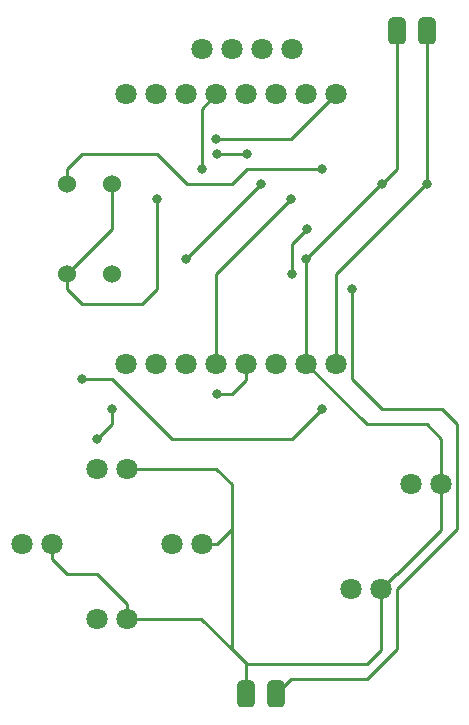
<source format=gbr>
%TF.GenerationSoftware,KiCad,Pcbnew,7.0.9+dfsg-1*%
%TF.CreationDate,2023-12-18T20:04:21+07:00*%
%TF.ProjectId,wifi,77696669-2e6b-4696-9361-645f70636258,rev?*%
%TF.SameCoordinates,Original*%
%TF.FileFunction,Copper,L2,Bot*%
%TF.FilePolarity,Positive*%
%FSLAX46Y46*%
G04 Gerber Fmt 4.6, Leading zero omitted, Abs format (unit mm)*
G04 Created by KiCad (PCBNEW 7.0.9+dfsg-1) date 2023-12-18 20:04:21*
%MOMM*%
%LPD*%
G01*
G04 APERTURE LIST*
G04 Aperture macros list*
%AMRoundRect*
0 Rectangle with rounded corners*
0 $1 Rounding radius*
0 $2 $3 $4 $5 $6 $7 $8 $9 X,Y pos of 4 corners*
0 Add a 4 corners polygon primitive as box body*
4,1,4,$2,$3,$4,$5,$6,$7,$8,$9,$2,$3,0*
0 Add four circle primitives for the rounded corners*
1,1,$1+$1,$2,$3*
1,1,$1+$1,$4,$5*
1,1,$1+$1,$6,$7*
1,1,$1+$1,$8,$9*
0 Add four rect primitives between the rounded corners*
20,1,$1+$1,$2,$3,$4,$5,0*
20,1,$1+$1,$4,$5,$6,$7,0*
20,1,$1+$1,$6,$7,$8,$9,0*
20,1,$1+$1,$8,$9,$2,$3,0*%
G04 Aperture macros list end*
%TA.AperFunction,ComponentPad*%
%ADD10C,1.800000*%
%TD*%
%TA.AperFunction,SMDPad,CuDef*%
%ADD11RoundRect,0.381000X0.381000X-0.762000X0.381000X0.762000X-0.381000X0.762000X-0.381000X-0.762000X0*%
%TD*%
%TA.AperFunction,ComponentPad*%
%ADD12C,1.524000*%
%TD*%
%TA.AperFunction,ViaPad*%
%ADD13C,0.800000*%
%TD*%
%TA.AperFunction,Conductor*%
%ADD14C,0.250000*%
%TD*%
G04 APERTURE END LIST*
D10*
%TO.P,UP,1*%
%TO.N,N/C*%
X133380000Y-116810000D03*
%TO.P,UP,2*%
X135920000Y-116810000D03*
%TD*%
%TO.P,B,1*%
%TO.N,N/C*%
X154910000Y-126970000D03*
%TO.P,B,2*%
X157450000Y-126970000D03*
%TD*%
%TO.P,SSD1306,1*%
%TO.N,N/C*%
X142240000Y-81250000D03*
%TO.P,SSD1306,2*%
X144780000Y-81250000D03*
%TO.P,SSD1306,3*%
X147320000Y-81250000D03*
%TO.P,SSD1306,4*%
X149860000Y-81250000D03*
%TD*%
%TO.P,RIGHT,1*%
%TO.N,N/C*%
X139700000Y-123160000D03*
%TO.P,RIGHT,2*%
X142240000Y-123160000D03*
%TD*%
%TO.P,DOWN,1*%
%TO.N,N/C*%
X133350000Y-129510000D03*
%TO.P,DOWN,2*%
X135890000Y-129510000D03*
%TD*%
%TO.P,A,1*%
%TO.N,N/C*%
X159990000Y-118080000D03*
%TO.P,A,2*%
X162530000Y-118080000D03*
%TD*%
%TO.P,LEFT,1*%
%TO.N,N/C*%
X127000000Y-123160000D03*
%TO.P,LEFT,2*%
X129540000Y-123160000D03*
%TD*%
D11*
%TO.P,POWER IN,1*%
%TO.N,N/C*%
X161290000Y-79740000D03*
%TO.P,POWER IN,2*%
X158750000Y-79740000D03*
%TD*%
%TO.P,SEN,1*%
%TO.N,N/C*%
X148560000Y-135890000D03*
%TO.P,SEN,2*%
X146020000Y-135890000D03*
%TD*%
D12*
%TO.P,R2,1*%
%TO.N,N/C*%
X134620000Y-92710000D03*
%TO.P,R2,2*%
X134620000Y-100330000D03*
%TD*%
D10*
%TO.P,OTAK DISINI,1*%
%TO.N,N/C*%
X135860000Y-85060000D03*
%TO.P,OTAK DISINI,2*%
X138400000Y-85060000D03*
%TO.P,OTAK DISINI,3*%
X140940000Y-85060000D03*
%TO.P,OTAK DISINI,4*%
X143480000Y-85060000D03*
%TO.P,OTAK DISINI,5*%
X146020000Y-85060000D03*
%TO.P,OTAK DISINI,6*%
X148560000Y-85060000D03*
%TO.P,OTAK DISINI,7*%
X151100000Y-85060000D03*
%TO.P,OTAK DISINI,8*%
X153640000Y-85060000D03*
%TO.P,OTAK DISINI,9*%
X153640000Y-107920000D03*
%TO.P,OTAK DISINI,10*%
X151100000Y-107920000D03*
%TO.P,OTAK DISINI,11*%
X148560000Y-107920000D03*
%TO.P,OTAK DISINI,12*%
X146020000Y-107920000D03*
%TO.P,OTAK DISINI,13*%
X143480000Y-107920000D03*
%TO.P,OTAK DISINI,14*%
X140940000Y-107920000D03*
%TO.P,OTAK DISINI,15*%
X138400000Y-107920000D03*
%TO.P,OTAK DISINI,16*%
X135860000Y-107920000D03*
%TD*%
D12*
%TO.P,R1,1*%
%TO.N,N/C*%
X130810000Y-92710000D03*
%TO.P,R1,2*%
X130810000Y-100330000D03*
%TD*%
D13*
%TO.N,*%
X152400000Y-111760000D03*
X142240000Y-91440000D03*
X157480000Y-92710000D03*
X143480000Y-88870000D03*
X149860000Y-100330000D03*
X149830000Y-93950000D03*
X147290000Y-92680000D03*
X151100000Y-99030000D03*
X146050000Y-90170000D03*
X143510000Y-90170000D03*
X152400000Y-91440000D03*
X143510000Y-110490000D03*
X132080000Y-109220000D03*
X133350000Y-114300000D03*
X151130000Y-96520000D03*
X140940000Y-99030000D03*
X138430000Y-93980000D03*
X154940000Y-101600000D03*
X161290000Y-92710000D03*
X134620000Y-111760000D03*
%TD*%
D14*
%TO.N,*%
X161290000Y-79740000D02*
X161290000Y-92650000D01*
X130810000Y-125730000D02*
X133350000Y-125730000D01*
X146020000Y-135890000D02*
X146020000Y-133380000D01*
X162530000Y-118080000D02*
X162530000Y-114270000D01*
X134620000Y-109220000D02*
X139700000Y-114300000D01*
X149860000Y-114300000D02*
X152400000Y-111760000D01*
X162530000Y-121950000D02*
X162530000Y-118080000D01*
X133350000Y-125730000D02*
X135890000Y-128270000D01*
X157450000Y-132110000D02*
X157450000Y-126970000D01*
X132080000Y-102870000D02*
X137160000Y-102870000D01*
X132080000Y-109220000D02*
X134620000Y-109220000D01*
X154940000Y-109220000D02*
X154940000Y-101600000D01*
X161290000Y-92710000D02*
X161230000Y-92710000D01*
X156210000Y-134620000D02*
X158750000Y-132080000D01*
X143480000Y-100300000D02*
X143480000Y-107920000D01*
X144780000Y-118110000D02*
X144780000Y-121920000D01*
X158750000Y-91380000D02*
X157480000Y-92650000D01*
X151130000Y-96520000D02*
X149860000Y-97790000D01*
X143510000Y-123190000D02*
X144780000Y-121920000D01*
X135890000Y-128270000D02*
X135890000Y-129510000D01*
X157480000Y-111760000D02*
X154940000Y-109220000D01*
X142240000Y-123160000D02*
X142270000Y-123190000D01*
X158750000Y-132080000D02*
X158750000Y-127000000D01*
X146020000Y-133380000D02*
X146050000Y-133350000D01*
X157450000Y-126970000D02*
X158690000Y-125730000D01*
X130810000Y-101600000D02*
X132080000Y-102870000D01*
X129540000Y-124460000D02*
X130810000Y-125730000D01*
X161290000Y-92650000D02*
X161290000Y-92710000D01*
X144780000Y-121920000D02*
X144780000Y-132080000D01*
X158750000Y-127000000D02*
X163830000Y-121920000D01*
X152400000Y-91440000D02*
X146050000Y-91440000D01*
X149830000Y-134620000D02*
X156210000Y-134620000D01*
X146020000Y-107920000D02*
X146020000Y-109250000D01*
X140970000Y-92710000D02*
X138430000Y-90170000D01*
X133350000Y-114300000D02*
X134620000Y-113030000D01*
X151100000Y-99030000D02*
X151100000Y-101570000D01*
X158750000Y-79740000D02*
X158750000Y-91380000D01*
X157480000Y-92650000D02*
X157480000Y-92710000D01*
X148560000Y-135890000D02*
X149830000Y-134620000D01*
X146050000Y-133350000D02*
X156210000Y-133350000D01*
X130810000Y-100330000D02*
X130810000Y-101600000D01*
X161290000Y-92650000D02*
X161290000Y-92650000D01*
X151100000Y-101570000D02*
X151100000Y-107920000D01*
X143480000Y-88870000D02*
X149830000Y-88870000D01*
X138430000Y-90170000D02*
X132080000Y-90170000D01*
X161230000Y-92710000D02*
X153640000Y-100300000D01*
X134620000Y-92710000D02*
X134620000Y-96520000D01*
X137160000Y-102870000D02*
X138430000Y-101600000D01*
X142240000Y-86300000D02*
X143480000Y-85060000D01*
X149830000Y-88870000D02*
X153640000Y-85060000D01*
X156210000Y-113030000D02*
X151100000Y-107920000D01*
X149860000Y-97790000D02*
X149860000Y-100330000D01*
X134620000Y-113030000D02*
X134620000Y-111760000D01*
X163830000Y-113030000D02*
X162560000Y-111760000D01*
X161290000Y-113030000D02*
X156210000Y-113030000D01*
X157420000Y-92710000D02*
X151100000Y-99030000D01*
X163830000Y-121920000D02*
X163830000Y-113030000D01*
X156210000Y-133350000D02*
X157450000Y-132110000D01*
X135890000Y-129510000D02*
X142210000Y-129510000D01*
X129540000Y-123160000D02*
X129540000Y-124460000D01*
X158750000Y-125730000D02*
X162530000Y-121950000D01*
X134620000Y-96520000D02*
X130810000Y-100330000D01*
X138430000Y-101600000D02*
X138430000Y-93980000D01*
X130810000Y-91440000D02*
X130810000Y-92710000D01*
X135920000Y-116810000D02*
X143480000Y-116810000D01*
X158690000Y-125730000D02*
X158750000Y-125730000D01*
X144780000Y-92710000D02*
X140970000Y-92710000D01*
X157480000Y-92710000D02*
X157420000Y-92710000D01*
X153640000Y-100300000D02*
X153640000Y-107920000D01*
X146050000Y-91440000D02*
X144780000Y-92710000D01*
X147290000Y-92680000D02*
X140940000Y-99030000D01*
X144780000Y-110490000D02*
X143510000Y-110490000D01*
X149830000Y-93950000D02*
X143480000Y-100300000D01*
X143480000Y-116810000D02*
X144780000Y-118110000D01*
X132080000Y-90170000D02*
X130810000Y-91440000D01*
X142210000Y-129510000D02*
X144780000Y-132080000D01*
X143510000Y-90170000D02*
X146050000Y-90170000D01*
X139700000Y-114300000D02*
X149860000Y-114300000D01*
X144780000Y-132080000D02*
X146050000Y-133350000D01*
X162530000Y-114270000D02*
X161290000Y-113030000D01*
X142240000Y-91440000D02*
X142240000Y-86300000D01*
X162560000Y-111760000D02*
X157480000Y-111760000D01*
X146020000Y-109250000D02*
X144780000Y-110490000D01*
X142270000Y-123190000D02*
X143510000Y-123190000D01*
%TD*%
M02*

</source>
